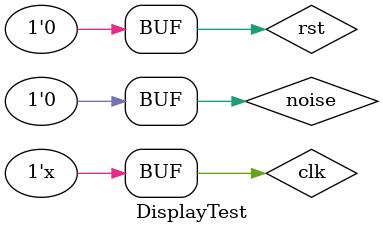
<source format=v>
`timescale 1ns / 1ps

module DisplayTest;
	reg clk;
	reg rst;
	reg noise;
	
	wire [2:0] color;
	wire vSync;
	wire hSync;

	Display uut (
		.clk(clk), 
		.rst(rst), 
		.noise(noise), 
		.color(color), 
		.vSync(vSync), 
		.hSync(hSync)
	);

	initial begin
		clk = 0;
		rst = 1;
		noise = 0;
		
		#5 rst = 0;
	end

	always begin
		#10 clk = ~clk;
	end
endmodule


</source>
